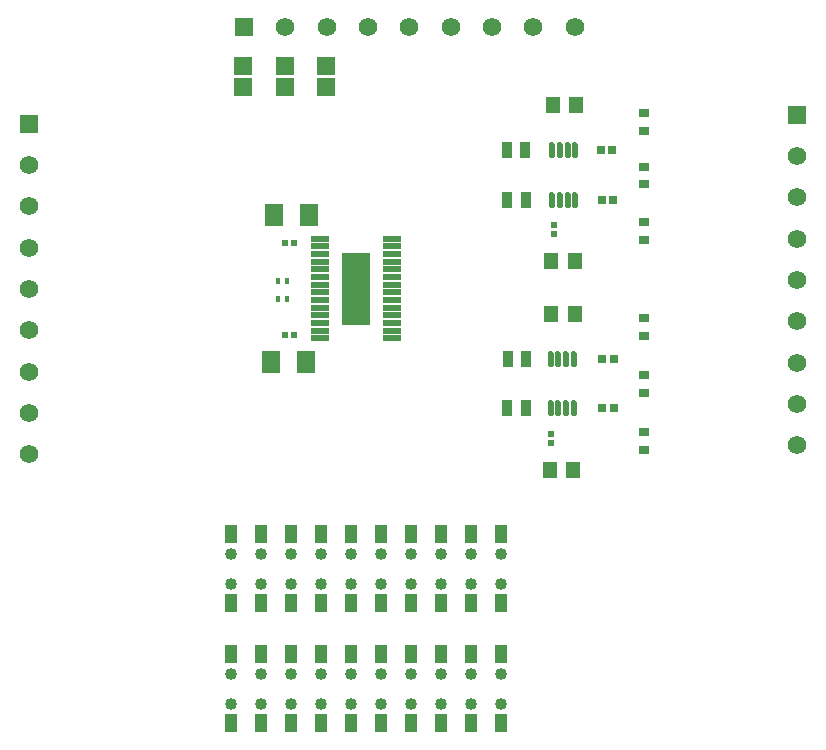
<source format=gbr>
%TF.GenerationSoftware,Altium Limited,Altium Designer,22.9.1 (49)*%
G04 Layer_Color=255*
%FSLAX25Y25*%
%MOIN*%
%TF.SameCoordinates,E4663CD6-9850-4590-99AB-2D6E941D03D6*%
%TF.FilePolarity,Positive*%
%TF.FileFunction,Pads,Top*%
%TF.Part,Single*%
G01*
G75*
%TA.AperFunction,SMDPad,CuDef*%
G04:AMPARAMS|DCode=10|XSize=94.49mil|YSize=242.91mil|CornerRadius=1.89mil|HoleSize=0mil|Usage=FLASHONLY|Rotation=0.000|XOffset=0mil|YOffset=0mil|HoleType=Round|Shape=RoundedRectangle|*
%AMROUNDEDRECTD10*
21,1,0.09449,0.23913,0,0,0.0*
21,1,0.09071,0.24291,0,0,0.0*
1,1,0.00378,0.04535,-0.11957*
1,1,0.00378,-0.04535,-0.11957*
1,1,0.00378,-0.04535,0.11957*
1,1,0.00378,0.04535,0.11957*
%
%ADD10ROUNDEDRECTD10*%
G04:AMPARAMS|DCode=11|XSize=17.72mil|YSize=62.99mil|CornerRadius=1.95mil|HoleSize=0mil|Usage=FLASHONLY|Rotation=90.000|XOffset=0mil|YOffset=0mil|HoleType=Round|Shape=RoundedRectangle|*
%AMROUNDEDRECTD11*
21,1,0.01772,0.05909,0,0,90.0*
21,1,0.01382,0.06299,0,0,90.0*
1,1,0.00390,0.02955,0.00691*
1,1,0.00390,0.02955,-0.00691*
1,1,0.00390,-0.02955,-0.00691*
1,1,0.00390,-0.02955,0.00691*
%
%ADD11ROUNDEDRECTD11*%
%ADD12R,0.01575X0.01968*%
%ADD13R,0.05928X0.07316*%
%ADD14R,0.06127X0.06213*%
%TA.AperFunction,ConnectorPad*%
%ADD15R,0.03937X0.06142*%
%TA.AperFunction,SMDPad,CuDef*%
%ADD16R,0.04724X0.05709*%
G04:AMPARAMS|DCode=17|XSize=17.72mil|YSize=51.18mil|CornerRadius=4.43mil|HoleSize=0mil|Usage=FLASHONLY|Rotation=180.000|XOffset=0mil|YOffset=0mil|HoleType=Round|Shape=RoundedRectangle|*
%AMROUNDEDRECTD17*
21,1,0.01772,0.04232,0,0,180.0*
21,1,0.00886,0.05118,0,0,180.0*
1,1,0.00886,-0.00443,0.02116*
1,1,0.00886,0.00443,0.02116*
1,1,0.00886,0.00443,-0.02116*
1,1,0.00886,-0.00443,-0.02116*
%
%ADD17ROUNDEDRECTD17*%
G04:AMPARAMS|DCode=18|XSize=17.72mil|YSize=51.18mil|CornerRadius=4.43mil|HoleSize=0mil|Usage=FLASHONLY|Rotation=180.000|XOffset=0mil|YOffset=0mil|HoleType=Round|Shape=RoundedRectangle|*
%AMROUNDEDRECTD18*
21,1,0.01772,0.04232,0,0,180.0*
21,1,0.00886,0.05118,0,0,180.0*
1,1,0.00886,-0.00443,0.02116*
1,1,0.00886,0.00443,0.02116*
1,1,0.00886,0.00443,-0.02116*
1,1,0.00886,-0.00443,-0.02116*
%
%ADD18ROUNDEDRECTD18*%
%ADD19R,0.03937X0.06142*%
%ADD20R,0.03740X0.05315*%
%ADD21R,0.03543X0.03150*%
%ADD22R,0.02756X0.02559*%
%ADD23R,0.02029X0.01860*%
%ADD24R,0.02047X0.02047*%
%TA.AperFunction,ComponentPad*%
%ADD27C,0.02000*%
%ADD28C,0.06165*%
%ADD29R,0.06165X0.06165*%
%ADD30C,0.04016*%
%ADD31R,0.06165X0.06165*%
D10*
X166492Y151366D02*
D03*
D11*
X154484Y168000D02*
D03*
Y165441D02*
D03*
Y162882D02*
D03*
Y160323D02*
D03*
Y157764D02*
D03*
Y155205D02*
D03*
Y152646D02*
D03*
Y150087D02*
D03*
Y147528D02*
D03*
Y144968D02*
D03*
Y142409D02*
D03*
Y139850D02*
D03*
Y137291D02*
D03*
Y134732D02*
D03*
X178500Y168000D02*
D03*
Y165441D02*
D03*
Y162882D02*
D03*
Y160323D02*
D03*
Y157764D02*
D03*
Y155205D02*
D03*
Y152646D02*
D03*
Y150087D02*
D03*
Y147528D02*
D03*
Y144968D02*
D03*
Y142409D02*
D03*
Y139850D02*
D03*
Y137291D02*
D03*
Y134732D02*
D03*
D12*
X140425Y154000D02*
D03*
X143575D02*
D03*
X140425Y148000D02*
D03*
X143575D02*
D03*
D13*
X149812Y127000D02*
D03*
X138188D02*
D03*
X150812Y176000D02*
D03*
X139188D02*
D03*
D14*
X129000Y225402D02*
D03*
Y218598D02*
D03*
X156500Y225402D02*
D03*
Y218598D02*
D03*
X143000Y225402D02*
D03*
Y218598D02*
D03*
D15*
X125000Y6563D02*
D03*
Y29437D02*
D03*
X135000Y6563D02*
D03*
Y29437D02*
D03*
X145000Y6563D02*
D03*
Y29437D02*
D03*
X155000Y6563D02*
D03*
Y29437D02*
D03*
X165000Y6563D02*
D03*
Y29437D02*
D03*
X175000Y6563D02*
D03*
Y29437D02*
D03*
X185000Y6563D02*
D03*
Y29437D02*
D03*
X195000Y6563D02*
D03*
Y29437D02*
D03*
X205000Y6563D02*
D03*
Y29437D02*
D03*
X215000Y6563D02*
D03*
Y29437D02*
D03*
D16*
X238937Y91000D02*
D03*
X231063D02*
D03*
X239437Y160500D02*
D03*
X231563D02*
D03*
Y143000D02*
D03*
X239437D02*
D03*
X232063Y212500D02*
D03*
X239937D02*
D03*
D17*
X237059Y181000D02*
D03*
X234500Y197535D02*
D03*
X237059D02*
D03*
X231941Y181000D02*
D03*
X234500D02*
D03*
X239618D02*
D03*
X231941Y197535D02*
D03*
X231441Y128035D02*
D03*
X239118Y111500D02*
D03*
X234000D02*
D03*
X231441D02*
D03*
X236559Y128035D02*
D03*
X234000D02*
D03*
X236559Y111500D02*
D03*
D18*
X239618Y197535D02*
D03*
X239118Y128035D02*
D03*
D19*
X125000Y46563D02*
D03*
X145000D02*
D03*
X155000D02*
D03*
X165000D02*
D03*
X175000D02*
D03*
X185000D02*
D03*
X195000D02*
D03*
X205000D02*
D03*
X215000D02*
D03*
Y69437D02*
D03*
X205000D02*
D03*
X195000D02*
D03*
X185000D02*
D03*
X175000D02*
D03*
X165000D02*
D03*
X155000D02*
D03*
X145000D02*
D03*
X135000D02*
D03*
Y46563D02*
D03*
X125000Y69437D02*
D03*
D20*
X223051Y181000D02*
D03*
X216949D02*
D03*
X223000Y197500D02*
D03*
X216898D02*
D03*
X223209Y128000D02*
D03*
X217106D02*
D03*
X223051Y111500D02*
D03*
X216949D02*
D03*
D21*
X262500Y186047D02*
D03*
Y191953D02*
D03*
Y141453D02*
D03*
Y135547D02*
D03*
Y167595D02*
D03*
Y173500D02*
D03*
Y116547D02*
D03*
Y122453D02*
D03*
Y209906D02*
D03*
Y204000D02*
D03*
Y97547D02*
D03*
Y103453D02*
D03*
D22*
X252370Y128000D02*
D03*
X248630D02*
D03*
X252370Y111500D02*
D03*
X248630D02*
D03*
X252000Y197500D02*
D03*
X248260D02*
D03*
X252240Y181000D02*
D03*
X248500D02*
D03*
D23*
X145990Y136000D02*
D03*
X143010D02*
D03*
X145990Y166500D02*
D03*
X143010D02*
D03*
D24*
X232500Y172575D02*
D03*
Y169425D02*
D03*
X231500Y103000D02*
D03*
Y99850D02*
D03*
D27*
X162992Y161366D02*
D03*
X166492D02*
D03*
X169992D02*
D03*
Y157366D02*
D03*
X166492D02*
D03*
X162992D02*
D03*
X166492Y153866D02*
D03*
X162992D02*
D03*
X169992D02*
D03*
X162992Y148866D02*
D03*
X166492D02*
D03*
Y144866D02*
D03*
X162992D02*
D03*
X166492Y140866D02*
D03*
X162992D02*
D03*
X169917Y148889D02*
D03*
Y144889D02*
D03*
Y140889D02*
D03*
D28*
X198059Y238500D02*
D03*
X184280D02*
D03*
X170500D02*
D03*
X156720D02*
D03*
X142941D02*
D03*
X239398D02*
D03*
X225618D02*
D03*
X211839D02*
D03*
X57500Y96102D02*
D03*
X313500Y140382D02*
D03*
Y154161D02*
D03*
Y167941D02*
D03*
Y181720D02*
D03*
Y195500D02*
D03*
Y99043D02*
D03*
Y112823D02*
D03*
Y126602D02*
D03*
X57500Y137441D02*
D03*
Y151221D02*
D03*
Y165000D02*
D03*
Y178779D02*
D03*
Y192559D02*
D03*
Y109882D02*
D03*
Y123661D02*
D03*
D29*
X129161Y238500D02*
D03*
D30*
X125000Y63000D02*
D03*
X135000D02*
D03*
X145000D02*
D03*
X155000D02*
D03*
X185000D02*
D03*
X195000D02*
D03*
X205000D02*
D03*
X215000D02*
D03*
X125000Y23000D02*
D03*
X135000D02*
D03*
X145000D02*
D03*
X155000D02*
D03*
X165000D02*
D03*
X175000D02*
D03*
X185000D02*
D03*
X195000D02*
D03*
X205000D02*
D03*
X215000D02*
D03*
X125000Y13000D02*
D03*
X135000D02*
D03*
X145000D02*
D03*
X155000D02*
D03*
X165000D02*
D03*
X175000D02*
D03*
X185000D02*
D03*
X195000D02*
D03*
X205000D02*
D03*
X215000D02*
D03*
Y53000D02*
D03*
X205000D02*
D03*
X195000D02*
D03*
X185000D02*
D03*
X175000D02*
D03*
X165000D02*
D03*
X155000D02*
D03*
X145000D02*
D03*
X135000D02*
D03*
X125000D02*
D03*
X175000Y63000D02*
D03*
X165000D02*
D03*
D31*
X313500Y209279D02*
D03*
X57500Y206339D02*
D03*
%TF.MD5,9831b45b737976ff27d8c7ff60bed3cb*%
M02*

</source>
